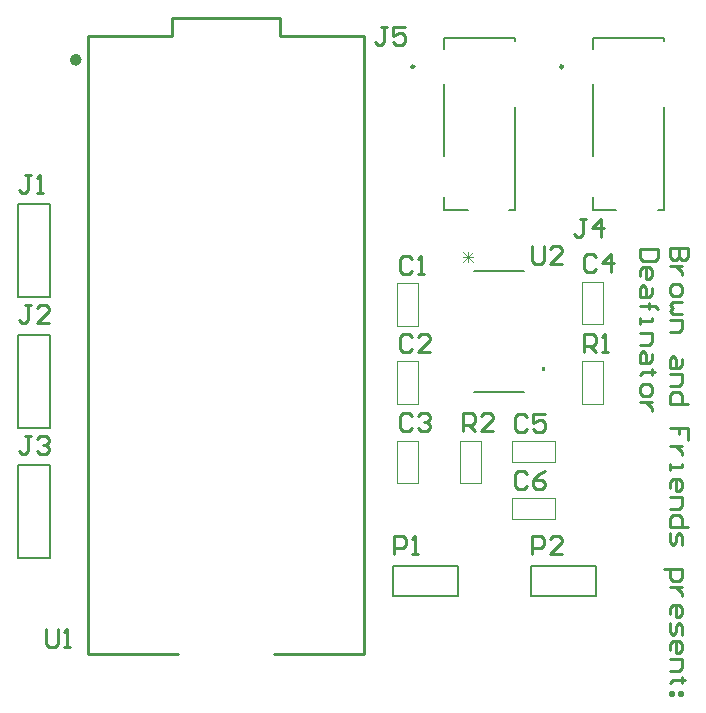
<source format=gto>
G04*
G04 #@! TF.GenerationSoftware,Altium Limited,Altium Designer,25.8.1 (18)*
G04*
G04 Layer_Color=65535*
%FSLAX44Y44*%
%MOMM*%
G71*
G04*
G04 #@! TF.SameCoordinates,71B8C197-EE49-42B5-B996-358C315723FC*
G04*
G04*
G04 #@! TF.FilePolarity,Positive*
G04*
G01*
G75*
%ADD10C,0.2500*%
%ADD11C,0.5080*%
%ADD12C,0.1524*%
%ADD13C,0.2000*%
%ADD14C,0.1000*%
%ADD15C,0.2540*%
%ADD16C,0.0762*%
G36*
X834136Y545465D02*
X836676D01*
Y541655D01*
X834136D01*
Y545465D01*
D02*
G37*
D10*
X851530Y799670D02*
G03*
X851530Y799670I-1250J0D01*
G01*
X725800D02*
G03*
X725800Y799670I-1250J0D01*
G01*
D11*
X441580Y805490D02*
G03*
X441580Y805490I-2540J0D01*
G01*
D12*
X776351Y524002D02*
X818769D01*
X776351Y626618D02*
X818769D01*
D13*
X390160Y572750D02*
X417560D01*
X390160Y494050D02*
Y572750D01*
Y494050D02*
X417560D01*
Y572750D01*
Y383560D02*
Y462260D01*
X390160Y383560D02*
X417560D01*
X390160D02*
Y462260D01*
X417560D01*
Y604540D02*
Y683240D01*
X390160Y604540D02*
X417560D01*
X390160D02*
Y683240D01*
X417560D01*
X936780Y678670D02*
Y765670D01*
X876780Y724170D02*
Y784670D01*
X931780Y678670D02*
X936780D01*
X876780D02*
X896780D01*
X876780D02*
Y689170D01*
X936780Y821670D02*
Y823670D01*
X876780Y814670D02*
Y823670D01*
X936780D01*
X811050Y678670D02*
Y765670D01*
X751050Y724170D02*
Y784670D01*
X806050Y678670D02*
X811050D01*
X751050D02*
X771050D01*
X751050D02*
Y689170D01*
X811050Y821670D02*
Y823670D01*
X751050Y814670D02*
Y823670D01*
X811050D01*
X762630Y351790D02*
Y377190D01*
X708030Y351790D02*
X762630D01*
X708030D02*
Y377190D01*
X762630D01*
X824870D02*
X879470D01*
X824870Y351790D02*
Y377190D01*
Y351790D02*
X879470D01*
Y377190D01*
D14*
X867300Y581440D02*
Y617440D01*
X885300D01*
Y581440D02*
Y617440D01*
X867300Y581440D02*
X885300D01*
X711090Y580170D02*
X729090D01*
Y616170D01*
X711090D02*
X729090D01*
X711090Y580170D02*
Y616170D01*
X844610Y416450D02*
Y434450D01*
X808610D02*
X844610D01*
X808610Y416450D02*
Y434450D01*
Y416450D02*
X844610D01*
X808770Y464710D02*
Y482710D01*
Y464710D02*
X844770D01*
Y482710D01*
X808770D02*
X844770D01*
X711090Y482820D02*
X729090D01*
X711090Y446820D02*
Y482820D01*
Y446820D02*
X729090D01*
Y482820D01*
X711090Y550130D02*
X729090D01*
X711090Y514130D02*
Y550130D01*
Y514130D02*
X729090D01*
Y550130D01*
X867300Y514130D02*
X885300D01*
Y550130D01*
X867300D02*
X885300D01*
X867300Y514130D02*
Y550130D01*
X764430Y482980D02*
X782430D01*
X764430Y446980D02*
Y482980D01*
Y446980D02*
X782430D01*
Y482980D01*
D15*
X606680Y302570D02*
X683260D01*
X449580D02*
X525400D01*
X683260D02*
Y825500D01*
X612140D02*
Y840740D01*
X520700D02*
X612140D01*
X520700Y825500D02*
Y840740D01*
X449580Y302570D02*
Y825500D01*
X520700D01*
X612140D02*
X683260D01*
X825504Y647698D02*
Y635002D01*
X828043Y632463D01*
X833122D01*
X835661Y635002D01*
Y647698D01*
X850896Y632463D02*
X840739D01*
X850896Y642619D01*
Y645158D01*
X848357Y647698D01*
X843278D01*
X840739Y645158D01*
X400809Y597657D02*
X395730D01*
X398270D01*
Y584961D01*
X395730Y582422D01*
X393191D01*
X390652Y584961D01*
X416044Y582422D02*
X405887D01*
X416044Y592579D01*
Y595118D01*
X413505Y597657D01*
X408426D01*
X405887Y595118D01*
X400809Y487167D02*
X395730D01*
X398270D01*
Y474471D01*
X395730Y471932D01*
X393191D01*
X390652Y474471D01*
X405887Y484628D02*
X408426Y487167D01*
X413505D01*
X416044Y484628D01*
Y482089D01*
X413505Y479549D01*
X410965D01*
X413505D01*
X416044Y477010D01*
Y474471D01*
X413505Y471932D01*
X408426D01*
X405887Y474471D01*
X400809Y708147D02*
X395730D01*
X398270D01*
Y695451D01*
X395730Y692912D01*
X393191D01*
X390652Y695451D01*
X405887Y692912D02*
X410965D01*
X408426D01*
Y708147D01*
X405887Y705608D01*
X957573Y646430D02*
X942338D01*
Y638812D01*
X944877Y636273D01*
X947417D01*
X949956Y638812D01*
Y646430D01*
Y638812D01*
X952495Y636273D01*
X955034D01*
X957573Y638812D01*
Y646430D01*
X952495Y631195D02*
X942338D01*
X947417D01*
X949956Y628656D01*
X952495Y626117D01*
Y623577D01*
X942338Y613421D02*
Y608342D01*
X944877Y605803D01*
X949956D01*
X952495Y608342D01*
Y613421D01*
X949956Y615960D01*
X944877D01*
X942338Y613421D01*
X952495Y600725D02*
X944877D01*
X942338Y598186D01*
X944877Y595646D01*
X942338Y593107D01*
X944877Y590568D01*
X952495D01*
X942338Y585490D02*
X952495D01*
Y577872D01*
X949956Y575333D01*
X942338D01*
X952495Y552480D02*
Y547402D01*
X949956Y544863D01*
X942338D01*
Y552480D01*
X944877Y555019D01*
X947417Y552480D01*
Y544863D01*
X942338Y539785D02*
X952495D01*
Y532167D01*
X949956Y529628D01*
X942338D01*
X957573Y514393D02*
X942338D01*
Y522010D01*
X944877Y524549D01*
X949956D01*
X952495Y522010D01*
Y514393D01*
X957573Y483923D02*
Y494079D01*
X949956D01*
Y489001D01*
Y494079D01*
X942338D01*
X952495Y478844D02*
X942338D01*
X947417D01*
X949956Y476305D01*
X952495Y473766D01*
Y471227D01*
X942338Y463609D02*
Y458531D01*
Y461070D01*
X952495D01*
Y463609D01*
X942338Y443296D02*
Y448374D01*
X944877Y450913D01*
X949956D01*
X952495Y448374D01*
Y443296D01*
X949956Y440756D01*
X947417D01*
Y450913D01*
X942338Y435678D02*
X952495D01*
Y428061D01*
X949956Y425521D01*
X942338D01*
X957573Y410286D02*
X942338D01*
Y417904D01*
X944877Y420443D01*
X949956D01*
X952495Y417904D01*
Y410286D01*
X942338Y405208D02*
Y397590D01*
X944877Y395051D01*
X947417Y397590D01*
Y402669D01*
X949956Y405208D01*
X952495Y402669D01*
Y395051D01*
X937260Y374738D02*
X952495D01*
Y367120D01*
X949956Y364581D01*
X944877D01*
X942338Y367120D01*
Y374738D01*
X952495Y359503D02*
X942338D01*
X947417D01*
X949956Y356964D01*
X952495Y354424D01*
Y351885D01*
X942338Y336650D02*
Y341729D01*
X944877Y344268D01*
X949956D01*
X952495Y341729D01*
Y336650D01*
X949956Y334111D01*
X947417D01*
Y344268D01*
X942338Y329033D02*
Y321415D01*
X944877Y318876D01*
X947417Y321415D01*
Y326493D01*
X949956Y329033D01*
X952495Y326493D01*
Y318876D01*
X942338Y306180D02*
Y311258D01*
X944877Y313798D01*
X949956D01*
X952495Y311258D01*
Y306180D01*
X949956Y303641D01*
X947417D01*
Y313798D01*
X942338Y298563D02*
X952495D01*
Y290945D01*
X949956Y288406D01*
X942338D01*
X955034Y280788D02*
X952495D01*
Y283327D01*
Y278249D01*
Y280788D01*
X944877D01*
X942338Y278249D01*
X952495Y270632D02*
Y268092D01*
X949956D01*
Y270632D01*
X952495D01*
X944877D02*
Y268092D01*
X942338D01*
Y270632D01*
X944877D01*
X932175Y645160D02*
X916940D01*
Y637542D01*
X919479Y635003D01*
X929636D01*
X932175Y637542D01*
Y645160D01*
X916940Y622307D02*
Y627386D01*
X919479Y629925D01*
X924557D01*
X927097Y627386D01*
Y622307D01*
X924557Y619768D01*
X922018D01*
Y629925D01*
X927097Y612151D02*
Y607072D01*
X924557Y604533D01*
X916940D01*
Y612151D01*
X919479Y614690D01*
X922018Y612151D01*
Y604533D01*
X916940Y596916D02*
X929636D01*
X924557D01*
Y599455D01*
Y594376D01*
Y596916D01*
X929636D01*
X932175Y594376D01*
X916940Y586759D02*
Y581680D01*
Y584220D01*
X927097D01*
Y586759D01*
X916940Y574063D02*
X927097D01*
Y566446D01*
X924557Y563906D01*
X916940D01*
X927097Y556289D02*
Y551210D01*
X924557Y548671D01*
X916940D01*
Y556289D01*
X919479Y558828D01*
X922018Y556289D01*
Y548671D01*
X929636Y541054D02*
X927097D01*
Y543593D01*
Y538515D01*
Y541054D01*
X919479D01*
X916940Y538515D01*
Y528358D02*
Y523279D01*
X919479Y520740D01*
X924557D01*
X927097Y523279D01*
Y528358D01*
X924557Y530897D01*
X919479D01*
X916940Y528358D01*
X927097Y515662D02*
X916940D01*
X922018D01*
X924557Y513123D01*
X927097Y510584D01*
Y508044D01*
X879599Y638298D02*
X877059Y640837D01*
X871981D01*
X869442Y638298D01*
Y628141D01*
X871981Y625602D01*
X877059D01*
X879599Y628141D01*
X892295Y625602D02*
Y640837D01*
X884677Y633219D01*
X894834D01*
X871221Y670557D02*
X866143D01*
X868682D01*
Y657862D01*
X866143Y655322D01*
X863603D01*
X861064Y657862D01*
X883917Y655322D02*
Y670557D01*
X876299Y662940D01*
X886456D01*
X414023Y323848D02*
Y311152D01*
X416562Y308612D01*
X421641D01*
X424180Y311152D01*
Y323848D01*
X429258Y308612D02*
X434337D01*
X431798D01*
Y323848D01*
X429258Y321308D01*
X702311Y833188D02*
X697233D01*
X699772D01*
Y820492D01*
X697233Y817952D01*
X694693D01*
X692154Y820492D01*
X717546Y833188D02*
X707389D01*
Y825570D01*
X712467Y828109D01*
X715007D01*
X717546Y825570D01*
Y820492D01*
X715007Y817952D01*
X709928D01*
X707389Y820492D01*
X766572Y490982D02*
Y506217D01*
X774190D01*
X776729Y503678D01*
Y498600D01*
X774190Y496060D01*
X766572D01*
X771650D02*
X776729Y490982D01*
X791964D02*
X781807D01*
X791964Y501139D01*
Y503678D01*
X789425Y506217D01*
X784346D01*
X781807Y503678D01*
X869442Y558292D02*
Y573527D01*
X877059D01*
X879599Y570988D01*
Y565910D01*
X877059Y563370D01*
X869442D01*
X874520D02*
X879599Y558292D01*
X884677D02*
X889755D01*
X887216D01*
Y573527D01*
X884677Y570988D01*
X820925Y455164D02*
X818385Y457703D01*
X813307D01*
X810768Y455164D01*
Y445007D01*
X813307Y442468D01*
X818385D01*
X820925Y445007D01*
X836160Y457703D02*
X831081Y455164D01*
X826003Y450085D01*
Y445007D01*
X828542Y442468D01*
X833621D01*
X836160Y445007D01*
Y447546D01*
X833621Y450085D01*
X826003D01*
X820925Y503424D02*
X818385Y505963D01*
X813307D01*
X810768Y503424D01*
Y493267D01*
X813307Y490728D01*
X818385D01*
X820925Y493267D01*
X836160Y505963D02*
X826003D01*
Y498345D01*
X831081Y500885D01*
X833621D01*
X836160Y498345D01*
Y493267D01*
X833621Y490728D01*
X828542D01*
X826003Y493267D01*
X723389Y503678D02*
X720850Y506217D01*
X715771D01*
X713232Y503678D01*
Y493521D01*
X715771Y490982D01*
X720850D01*
X723389Y493521D01*
X728467Y503678D02*
X731006Y506217D01*
X736085D01*
X738624Y503678D01*
Y501139D01*
X736085Y498600D01*
X733545D01*
X736085D01*
X738624Y496060D01*
Y493521D01*
X736085Y490982D01*
X731006D01*
X728467Y493521D01*
X723389Y570988D02*
X720850Y573527D01*
X715771D01*
X713232Y570988D01*
Y560831D01*
X715771Y558292D01*
X720850D01*
X723389Y560831D01*
X738624Y558292D02*
X728467D01*
X738624Y568449D01*
Y570988D01*
X736085Y573527D01*
X731006D01*
X728467Y570988D01*
X723389Y637028D02*
X720850Y639567D01*
X715771D01*
X713232Y637028D01*
Y626871D01*
X715771Y624332D01*
X720850D01*
X723389Y626871D01*
X728467Y624332D02*
X733545D01*
X731006D01*
Y639567D01*
X728467Y637028D01*
X824992Y387350D02*
Y402585D01*
X832609D01*
X835149Y400046D01*
Y394967D01*
X832609Y392428D01*
X824992D01*
X850384Y387350D02*
X840227D01*
X850384Y397507D01*
Y400046D01*
X847845Y402585D01*
X842766D01*
X840227Y400046D01*
X708152Y387350D02*
Y402585D01*
X715770D01*
X718309Y400046D01*
Y394967D01*
X715770Y392428D01*
X708152D01*
X723387Y387350D02*
X728465D01*
X725926D01*
Y402585D01*
X723387Y400046D01*
D16*
X767080Y643040D02*
X775544Y634576D01*
X767080D02*
X775544Y643040D01*
X767080Y638808D02*
X775544D01*
X771312Y634576D02*
Y643040D01*
M02*

</source>
